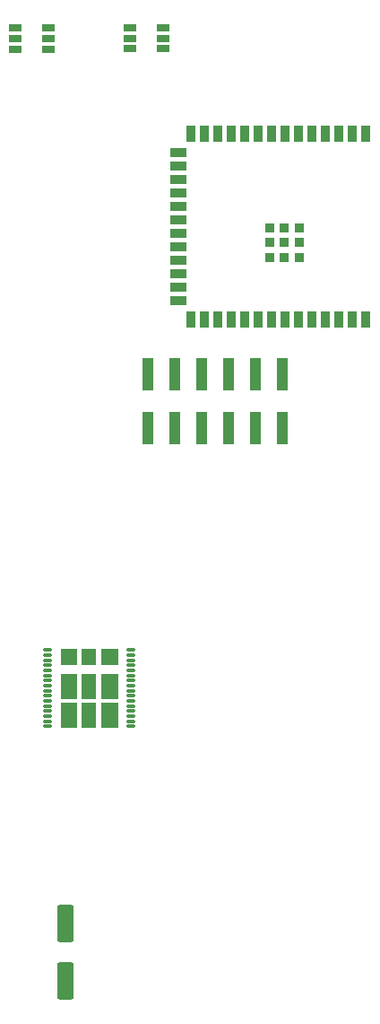
<source format=gbr>
%TF.GenerationSoftware,KiCad,Pcbnew,(6.0.8-1)-1*%
%TF.CreationDate,2022-12-08T23:01:02-05:00*%
%TF.ProjectId,bitaxeMax,62697461-7865-44d6-9178-2e6b69636164,rev?*%
%TF.SameCoordinates,Original*%
%TF.FileFunction,Paste,Bot*%
%TF.FilePolarity,Positive*%
%FSLAX46Y46*%
G04 Gerber Fmt 4.6, Leading zero omitted, Abs format (unit mm)*
G04 Created by KiCad (PCBNEW (6.0.8-1)-1) date 2022-12-08 23:01:02*
%MOMM*%
%LPD*%
G01*
G04 APERTURE LIST*
G04 Aperture macros list*
%AMRoundRect*
0 Rectangle with rounded corners*
0 $1 Rounding radius*
0 $2 $3 $4 $5 $6 $7 $8 $9 X,Y pos of 4 corners*
0 Add a 4 corners polygon primitive as box body*
4,1,4,$2,$3,$4,$5,$6,$7,$8,$9,$2,$3,0*
0 Add four circle primitives for the rounded corners*
1,1,$1+$1,$2,$3*
1,1,$1+$1,$4,$5*
1,1,$1+$1,$6,$7*
1,1,$1+$1,$8,$9*
0 Add four rect primitives between the rounded corners*
20,1,$1+$1,$2,$3,$4,$5,0*
20,1,$1+$1,$4,$5,$6,$7,0*
20,1,$1+$1,$6,$7,$8,$9,0*
20,1,$1+$1,$8,$9,$2,$3,0*%
G04 Aperture macros list end*
%ADD10C,0.100000*%
%ADD11R,0.900000X0.900000*%
%ADD12R,0.900000X1.500000*%
%ADD13R,1.500000X0.900000*%
%ADD14RoundRect,0.250000X-0.550000X1.500000X-0.550000X-1.500000X0.550000X-1.500000X0.550000X1.500000X0*%
%ADD15RoundRect,0.135000X0.295000X0.000000X-0.295000X0.000000X-0.295000X0.000000X0.295000X0.000000X0*%
%ADD16R,1.193800X0.711200*%
%ADD17R,1.000000X3.150000*%
G04 APERTURE END LIST*
%TO.C,IC1*%
G36*
X108350000Y-120180000D02*
G01*
X106890000Y-120180000D01*
X106890000Y-117880000D01*
X108350000Y-117880000D01*
X108350000Y-120180000D01*
G37*
D10*
X108350000Y-120180000D02*
X106890000Y-120180000D01*
X106890000Y-117880000D01*
X108350000Y-117880000D01*
X108350000Y-120180000D01*
G36*
X104490000Y-120180000D02*
G01*
X103030000Y-120180000D01*
X103030000Y-117880000D01*
X104490000Y-117880000D01*
X104490000Y-120180000D01*
G37*
X104490000Y-120180000D02*
X103030000Y-120180000D01*
X103030000Y-117880000D01*
X104490000Y-117880000D01*
X104490000Y-120180000D01*
G36*
X108350000Y-117480000D02*
G01*
X106890000Y-117480000D01*
X106890000Y-115180000D01*
X108350000Y-115180000D01*
X108350000Y-117480000D01*
G37*
X108350000Y-117480000D02*
X106890000Y-117480000D01*
X106890000Y-115180000D01*
X108350000Y-115180000D01*
X108350000Y-117480000D01*
G36*
X106250000Y-120180000D02*
G01*
X105030000Y-120180000D01*
X105030000Y-117880000D01*
X106250000Y-117880000D01*
X106250000Y-120180000D01*
G37*
X106250000Y-120180000D02*
X105030000Y-120180000D01*
X105030000Y-117880000D01*
X106250000Y-117880000D01*
X106250000Y-120180000D01*
G36*
X106250000Y-117480000D02*
G01*
X105030000Y-117480000D01*
X105030000Y-115180000D01*
X106250000Y-115180000D01*
X106250000Y-117480000D01*
G37*
X106250000Y-117480000D02*
X105030000Y-117480000D01*
X105030000Y-115180000D01*
X106250000Y-115180000D01*
X106250000Y-117480000D01*
G36*
X104490000Y-117480000D02*
G01*
X103030000Y-117480000D01*
X103030000Y-115180000D01*
X104490000Y-115180000D01*
X104490000Y-117480000D01*
G37*
X104490000Y-117480000D02*
X103030000Y-117480000D01*
X103030000Y-115180000D01*
X104490000Y-115180000D01*
X104490000Y-117480000D01*
G36*
X104490000Y-114180000D02*
G01*
X103030000Y-114180000D01*
X103030000Y-112780000D01*
X104490000Y-112780000D01*
X104490000Y-114180000D01*
G37*
X104490000Y-114180000D02*
X103030000Y-114180000D01*
X103030000Y-112780000D01*
X104490000Y-112780000D01*
X104490000Y-114180000D01*
G36*
X108350000Y-114180000D02*
G01*
X106890000Y-114180000D01*
X106890000Y-112780000D01*
X108350000Y-112780000D01*
X108350000Y-114180000D01*
G37*
X108350000Y-114180000D02*
X106890000Y-114180000D01*
X106890000Y-112780000D01*
X108350000Y-112780000D01*
X108350000Y-114180000D01*
G36*
X106250000Y-114180000D02*
G01*
X105030000Y-114180000D01*
X105030000Y-112780000D01*
X106250000Y-112780000D01*
X106250000Y-114180000D01*
G37*
X106250000Y-114180000D02*
X105030000Y-114180000D01*
X105030000Y-112780000D01*
X106250000Y-112780000D01*
X106250000Y-114180000D01*
%TD*%
D11*
%TO.C,U12*%
X122750000Y-75860000D03*
X125550000Y-74460000D03*
X122750000Y-73060000D03*
X124150000Y-73060000D03*
X122750000Y-74460000D03*
X125550000Y-73060000D03*
X125550000Y-75860000D03*
X124150000Y-75860000D03*
X124150000Y-74460000D03*
D12*
X131870000Y-64210000D03*
X130600000Y-64210000D03*
X129330000Y-64210000D03*
X128060000Y-64210000D03*
X126790000Y-64210000D03*
X125520000Y-64210000D03*
X124250000Y-64210000D03*
X122980000Y-64210000D03*
X121710000Y-64210000D03*
X120440000Y-64210000D03*
X119170000Y-64210000D03*
X117900000Y-64210000D03*
X116630000Y-64210000D03*
X115360000Y-64210000D03*
D13*
X114110000Y-65975000D03*
X114110000Y-67245000D03*
X114110000Y-68515000D03*
X114110000Y-69785000D03*
X114110000Y-71055000D03*
X114110000Y-72325000D03*
X114110000Y-73595000D03*
X114110000Y-74865000D03*
X114110000Y-76135000D03*
X114110000Y-77405000D03*
X114110000Y-78675000D03*
X114110000Y-79945000D03*
D12*
X115360000Y-81710000D03*
X116630000Y-81710000D03*
X117900000Y-81710000D03*
X119170000Y-81710000D03*
X120440000Y-81710000D03*
X121710000Y-81710000D03*
X122980000Y-81710000D03*
X124250000Y-81710000D03*
X125520000Y-81710000D03*
X126790000Y-81710000D03*
X128060000Y-81710000D03*
X129330000Y-81710000D03*
X130600000Y-81710000D03*
X131870000Y-81710000D03*
%TD*%
D14*
%TO.C,C28*%
X103490000Y-144120000D03*
X103490000Y-138720000D03*
%TD*%
D15*
%TO.C,IC1*%
X101755400Y-112880000D03*
X101755400Y-113360000D03*
X101755400Y-113840000D03*
X101755400Y-114320000D03*
X101755400Y-114800000D03*
X101755400Y-115280000D03*
X101755400Y-115760000D03*
X101755400Y-116240000D03*
X101755400Y-116720000D03*
X101755400Y-117200000D03*
X101755400Y-117680000D03*
X101755400Y-118160000D03*
X101755400Y-118640000D03*
X101755400Y-119120000D03*
X101755400Y-119600000D03*
X101755400Y-120080000D03*
X109624600Y-120080000D03*
X109624600Y-119600000D03*
X109624600Y-119120000D03*
X109624600Y-118640000D03*
X109624600Y-118160000D03*
X109624600Y-117680000D03*
X109624600Y-117200000D03*
X109624600Y-116720000D03*
X109624600Y-116240000D03*
X109624600Y-115760000D03*
X109624600Y-115280000D03*
X109624600Y-114800000D03*
X109624600Y-114320000D03*
X109624600Y-113840000D03*
X109624600Y-113360000D03*
X109624600Y-112880000D03*
%TD*%
D16*
%TO.C,U13*%
X109574047Y-54179999D03*
X109574047Y-55180000D03*
X109574047Y-56180001D03*
X112698247Y-56180001D03*
X112698247Y-55180000D03*
X112698247Y-54179999D03*
%TD*%
D17*
%TO.C,J8*%
X111240000Y-86915000D03*
X111240000Y-91965000D03*
X113780000Y-86915000D03*
X113780000Y-91965000D03*
X116320000Y-86915000D03*
X116320000Y-91965000D03*
X118860000Y-86915000D03*
X118860000Y-91965000D03*
X121400000Y-86915000D03*
X121400000Y-91965000D03*
X123940000Y-86915000D03*
X123940000Y-91965000D03*
%TD*%
D16*
%TO.C,U4*%
X101864394Y-54209999D03*
X101864394Y-55210000D03*
X101864394Y-56210001D03*
X98740194Y-56210001D03*
X98740194Y-55210000D03*
X98740194Y-54209999D03*
%TD*%
M02*

</source>
